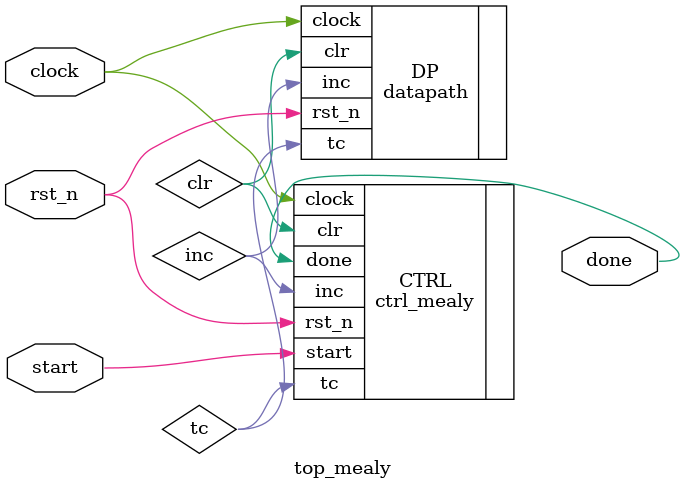
<source format=v>
module top_moore (
  input rst_n, clock,
  input start,
  output done
);

  datapath DP (
    .rst_n( rst_n ),
    .clock( clock ),
    .clr( clr ),
    .inc( inc ),
    .tc( tc )
  );

  ctrl_moore CTRL (
    .rst_n( rst_n ),
    .clock( clock ),
    .start( start ),
    .tc( tc ),
    .clr( clr ),
    .inc( inc ),
    .done( done )
  );

endmodule

module top_mealy (
  input rst_n, clock,
  input start,
  output done
);

  datapath DP (
    .rst_n( rst_n ),
    .clock( clock ),
    .clr( clr ),
    .inc( inc ),
    .tc( tc )
  );

  ctrl_mealy CTRL (
    .rst_n( rst_n ),
    .clock( clock ),
    .start( start ),
    .tc( tc ),
    .clr( clr ),
    .inc( inc ),
    .done( done )
  );

endmodule

</source>
